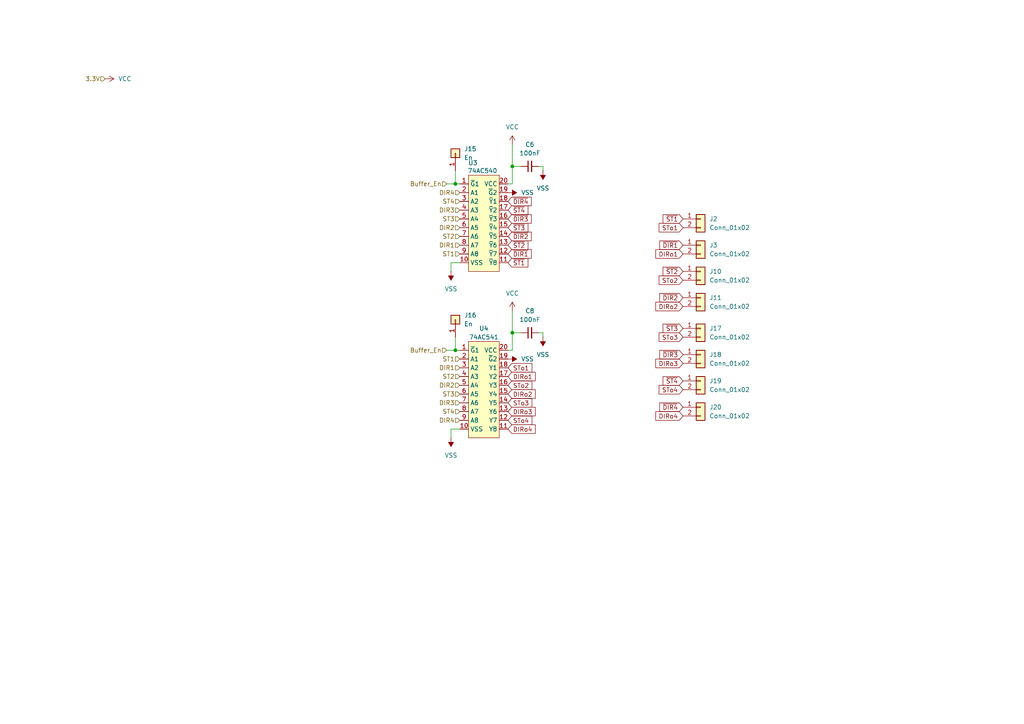
<source format=kicad_sch>
(kicad_sch
	(version 20231120)
	(generator "eeschema")
	(generator_version "8.0")
	(uuid "485a1706-4fc1-4bb5-9240-05d29f26f494")
	(paper "A4")
	(lib_symbols
		(symbol "Connector_Generic:Conn_01x01"
			(pin_names
				(offset 1.016) hide)
			(exclude_from_sim no)
			(in_bom yes)
			(on_board yes)
			(property "Reference" "J"
				(at 0 2.54 0)
				(effects
					(font
						(size 1.27 1.27)
					)
				)
			)
			(property "Value" "Conn_01x01"
				(at 0 -2.54 0)
				(effects
					(font
						(size 1.27 1.27)
					)
				)
			)
			(property "Footprint" ""
				(at 0 0 0)
				(effects
					(font
						(size 1.27 1.27)
					)
					(hide yes)
				)
			)
			(property "Datasheet" "~"
				(at 0 0 0)
				(effects
					(font
						(size 1.27 1.27)
					)
					(hide yes)
				)
			)
			(property "Description" "Generic connector, single row, 01x01, script generated (kicad-library-utils/schlib/autogen/connector/)"
				(at 0 0 0)
				(effects
					(font
						(size 1.27 1.27)
					)
					(hide yes)
				)
			)
			(property "ki_keywords" "connector"
				(at 0 0 0)
				(effects
					(font
						(size 1.27 1.27)
					)
					(hide yes)
				)
			)
			(property "ki_fp_filters" "Connector*:*_1x??_*"
				(at 0 0 0)
				(effects
					(font
						(size 1.27 1.27)
					)
					(hide yes)
				)
			)
			(symbol "Conn_01x01_1_1"
				(rectangle
					(start -1.27 0.127)
					(end 0 -0.127)
					(stroke
						(width 0.1524)
						(type default)
					)
					(fill
						(type none)
					)
				)
				(rectangle
					(start -1.27 1.27)
					(end 1.27 -1.27)
					(stroke
						(width 0.254)
						(type default)
					)
					(fill
						(type background)
					)
				)
				(pin passive line
					(at -5.08 0 0)
					(length 3.81)
					(name "Pin_1"
						(effects
							(font
								(size 1.27 1.27)
							)
						)
					)
					(number "1"
						(effects
							(font
								(size 1.27 1.27)
							)
						)
					)
				)
			)
		)
		(symbol "Connector_Generic:Conn_01x02"
			(pin_names
				(offset 1.016) hide)
			(exclude_from_sim no)
			(in_bom yes)
			(on_board yes)
			(property "Reference" "J"
				(at 0 2.54 0)
				(effects
					(font
						(size 1.27 1.27)
					)
				)
			)
			(property "Value" "Conn_01x02"
				(at 0 -5.08 0)
				(effects
					(font
						(size 1.27 1.27)
					)
				)
			)
			(property "Footprint" ""
				(at 0 0 0)
				(effects
					(font
						(size 1.27 1.27)
					)
					(hide yes)
				)
			)
			(property "Datasheet" "~"
				(at 0 0 0)
				(effects
					(font
						(size 1.27 1.27)
					)
					(hide yes)
				)
			)
			(property "Description" "Generic connector, single row, 01x02, script generated (kicad-library-utils/schlib/autogen/connector/)"
				(at 0 0 0)
				(effects
					(font
						(size 1.27 1.27)
					)
					(hide yes)
				)
			)
			(property "ki_keywords" "connector"
				(at 0 0 0)
				(effects
					(font
						(size 1.27 1.27)
					)
					(hide yes)
				)
			)
			(property "ki_fp_filters" "Connector*:*_1x??_*"
				(at 0 0 0)
				(effects
					(font
						(size 1.27 1.27)
					)
					(hide yes)
				)
			)
			(symbol "Conn_01x02_1_1"
				(rectangle
					(start -1.27 -2.413)
					(end 0 -2.667)
					(stroke
						(width 0.1524)
						(type default)
					)
					(fill
						(type none)
					)
				)
				(rectangle
					(start -1.27 0.127)
					(end 0 -0.127)
					(stroke
						(width 0.1524)
						(type default)
					)
					(fill
						(type none)
					)
				)
				(rectangle
					(start -1.27 1.27)
					(end 1.27 -3.81)
					(stroke
						(width 0.254)
						(type default)
					)
					(fill
						(type background)
					)
				)
				(pin passive line
					(at -5.08 0 0)
					(length 3.81)
					(name "Pin_1"
						(effects
							(font
								(size 1.27 1.27)
							)
						)
					)
					(number "1"
						(effects
							(font
								(size 1.27 1.27)
							)
						)
					)
				)
				(pin passive line
					(at -5.08 -2.54 0)
					(length 3.81)
					(name "Pin_2"
						(effects
							(font
								(size 1.27 1.27)
							)
						)
					)
					(number "2"
						(effects
							(font
								(size 1.27 1.27)
							)
						)
					)
				)
			)
		)
		(symbol "Device:C_Small"
			(pin_numbers hide)
			(pin_names
				(offset 0.254) hide)
			(exclude_from_sim no)
			(in_bom yes)
			(on_board yes)
			(property "Reference" "C"
				(at 0.254 1.778 0)
				(effects
					(font
						(size 1.27 1.27)
					)
					(justify left)
				)
			)
			(property "Value" "C_Small"
				(at 0.254 -2.032 0)
				(effects
					(font
						(size 1.27 1.27)
					)
					(justify left)
				)
			)
			(property "Footprint" ""
				(at 0 0 0)
				(effects
					(font
						(size 1.27 1.27)
					)
					(hide yes)
				)
			)
			(property "Datasheet" "~"
				(at 0 0 0)
				(effects
					(font
						(size 1.27 1.27)
					)
					(hide yes)
				)
			)
			(property "Description" "Unpolarized capacitor, small symbol"
				(at 0 0 0)
				(effects
					(font
						(size 1.27 1.27)
					)
					(hide yes)
				)
			)
			(property "ki_keywords" "capacitor cap"
				(at 0 0 0)
				(effects
					(font
						(size 1.27 1.27)
					)
					(hide yes)
				)
			)
			(property "ki_fp_filters" "C_*"
				(at 0 0 0)
				(effects
					(font
						(size 1.27 1.27)
					)
					(hide yes)
				)
			)
			(symbol "C_Small_0_1"
				(polyline
					(pts
						(xy -1.524 -0.508) (xy 1.524 -0.508)
					)
					(stroke
						(width 0.3302)
						(type default)
					)
					(fill
						(type none)
					)
				)
				(polyline
					(pts
						(xy -1.524 0.508) (xy 1.524 0.508)
					)
					(stroke
						(width 0.3048)
						(type default)
					)
					(fill
						(type none)
					)
				)
			)
			(symbol "C_Small_1_1"
				(pin passive line
					(at 0 2.54 270)
					(length 2.032)
					(name "~"
						(effects
							(font
								(size 1.27 1.27)
							)
						)
					)
					(number "1"
						(effects
							(font
								(size 1.27 1.27)
							)
						)
					)
				)
				(pin passive line
					(at 0 -2.54 90)
					(length 2.032)
					(name "~"
						(effects
							(font
								(size 1.27 1.27)
							)
						)
					)
					(number "2"
						(effects
							(font
								(size 1.27 1.27)
							)
						)
					)
				)
			)
		)
		(symbol "UE_Module:74AC540"
			(exclude_from_sim no)
			(in_bom yes)
			(on_board yes)
			(property "Reference" "U"
				(at -5.588 9.398 0)
				(effects
					(font
						(size 1.27 1.27)
					)
				)
			)
			(property "Value" ""
				(at 3.81 -5.08 0)
				(effects
					(font
						(size 1.27 1.27)
					)
				)
			)
			(property "Footprint" ""
				(at 3.81 -5.08 0)
				(effects
					(font
						(size 1.27 1.27)
					)
					(hide yes)
				)
			)
			(property "Datasheet" ""
				(at 3.81 -5.08 0)
				(effects
					(font
						(size 1.27 1.27)
					)
					(hide yes)
				)
			)
			(property "Description" ""
				(at 3.81 -5.08 0)
				(effects
					(font
						(size 1.27 1.27)
					)
					(hide yes)
				)
			)
			(symbol "74AC540_1_1"
				(rectangle
					(start -3.81 7.62)
					(end 5.08 -20.32)
					(stroke
						(width 0)
						(type default)
					)
					(fill
						(type background)
					)
				)
				(pin input line
					(at -6.35 5.08 0)
					(length 2.54)
					(name "~{G}1"
						(effects
							(font
								(size 1.27 1.27)
							)
						)
					)
					(number "1"
						(effects
							(font
								(size 1.27 1.27)
							)
						)
					)
				)
				(pin input line
					(at -6.35 -17.78 0)
					(length 2.54)
					(name "VSS"
						(effects
							(font
								(size 1.27 1.27)
							)
						)
					)
					(number "10"
						(effects
							(font
								(size 1.27 1.27)
							)
						)
					)
				)
				(pin input line
					(at 7.62 -17.78 180)
					(length 2.54)
					(name "~{Y}8"
						(effects
							(font
								(size 1.27 1.27)
							)
						)
					)
					(number "11"
						(effects
							(font
								(size 1.27 1.27)
							)
						)
					)
				)
				(pin input line
					(at 7.62 -15.24 180)
					(length 2.54)
					(name "~{Y}7"
						(effects
							(font
								(size 1.27 1.27)
							)
						)
					)
					(number "12"
						(effects
							(font
								(size 1.27 1.27)
							)
						)
					)
				)
				(pin input line
					(at 7.62 -12.7 180)
					(length 2.54)
					(name "~{Y}6"
						(effects
							(font
								(size 1.27 1.27)
							)
						)
					)
					(number "13"
						(effects
							(font
								(size 1.27 1.27)
							)
						)
					)
				)
				(pin input line
					(at 7.62 -10.16 180)
					(length 2.54)
					(name "~{Y}5"
						(effects
							(font
								(size 1.27 1.27)
							)
						)
					)
					(number "14"
						(effects
							(font
								(size 1.27 1.27)
							)
						)
					)
				)
				(pin input line
					(at 7.62 -7.62 180)
					(length 2.54)
					(name "~{Y}4"
						(effects
							(font
								(size 1.27 1.27)
							)
						)
					)
					(number "15"
						(effects
							(font
								(size 1.27 1.27)
							)
						)
					)
				)
				(pin input line
					(at 7.62 -5.08 180)
					(length 2.54)
					(name "~{Y}3"
						(effects
							(font
								(size 1.27 1.27)
							)
						)
					)
					(number "16"
						(effects
							(font
								(size 1.27 1.27)
							)
						)
					)
				)
				(pin input line
					(at 7.62 -2.54 180)
					(length 2.54)
					(name "~{Y}2"
						(effects
							(font
								(size 1.27 1.27)
							)
						)
					)
					(number "17"
						(effects
							(font
								(size 1.27 1.27)
							)
						)
					)
				)
				(pin input line
					(at 7.62 0 180)
					(length 2.54)
					(name "~{Y}1"
						(effects
							(font
								(size 1.27 1.27)
							)
						)
					)
					(number "18"
						(effects
							(font
								(size 1.27 1.27)
							)
						)
					)
				)
				(pin input line
					(at 7.62 2.54 180)
					(length 2.54)
					(name "~{G}2"
						(effects
							(font
								(size 1.27 1.27)
							)
						)
					)
					(number "19"
						(effects
							(font
								(size 1.27 1.27)
							)
						)
					)
				)
				(pin input line
					(at -6.35 2.54 0)
					(length 2.54)
					(name "A1"
						(effects
							(font
								(size 1.27 1.27)
							)
						)
					)
					(number "2"
						(effects
							(font
								(size 1.27 1.27)
							)
						)
					)
				)
				(pin input line
					(at 7.62 5.08 180)
					(length 2.54)
					(name "VCC"
						(effects
							(font
								(size 1.27 1.27)
							)
						)
					)
					(number "20"
						(effects
							(font
								(size 1.27 1.27)
							)
						)
					)
				)
				(pin input line
					(at -6.35 0 0)
					(length 2.54)
					(name "A2"
						(effects
							(font
								(size 1.27 1.27)
							)
						)
					)
					(number "3"
						(effects
							(font
								(size 1.27 1.27)
							)
						)
					)
				)
				(pin input line
					(at -6.35 -2.54 0)
					(length 2.54)
					(name "A3"
						(effects
							(font
								(size 1.27 1.27)
							)
						)
					)
					(number "4"
						(effects
							(font
								(size 1.27 1.27)
							)
						)
					)
				)
				(pin input line
					(at -6.35 -5.08 0)
					(length 2.54)
					(name "A4"
						(effects
							(font
								(size 1.27 1.27)
							)
						)
					)
					(number "5"
						(effects
							(font
								(size 1.27 1.27)
							)
						)
					)
				)
				(pin input line
					(at -6.35 -7.62 0)
					(length 2.54)
					(name "A5"
						(effects
							(font
								(size 1.27 1.27)
							)
						)
					)
					(number "6"
						(effects
							(font
								(size 1.27 1.27)
							)
						)
					)
				)
				(pin input line
					(at -6.35 -10.16 0)
					(length 2.54)
					(name "A6"
						(effects
							(font
								(size 1.27 1.27)
							)
						)
					)
					(number "7"
						(effects
							(font
								(size 1.27 1.27)
							)
						)
					)
				)
				(pin input line
					(at -6.35 -12.7 0)
					(length 2.54)
					(name "A7"
						(effects
							(font
								(size 1.27 1.27)
							)
						)
					)
					(number "8"
						(effects
							(font
								(size 1.27 1.27)
							)
						)
					)
				)
				(pin input line
					(at -6.35 -15.24 0)
					(length 2.54)
					(name "A8"
						(effects
							(font
								(size 1.27 1.27)
							)
						)
					)
					(number "9"
						(effects
							(font
								(size 1.27 1.27)
							)
						)
					)
				)
			)
		)
		(symbol "UE_Module:74AC541"
			(exclude_from_sim no)
			(in_bom yes)
			(on_board yes)
			(property "Reference" "U"
				(at -3.048 13.97 0)
				(effects
					(font
						(size 1.27 1.27)
					)
				)
			)
			(property "Value" ""
				(at -15.24 3.81 0)
				(effects
					(font
						(size 1.27 1.27)
					)
				)
			)
			(property "Footprint" ""
				(at -15.24 3.81 0)
				(effects
					(font
						(size 1.27 1.27)
					)
					(hide yes)
				)
			)
			(property "Datasheet" ""
				(at -15.24 3.81 0)
				(effects
					(font
						(size 1.27 1.27)
					)
					(hide yes)
				)
			)
			(property "Description" ""
				(at -15.24 3.81 0)
				(effects
					(font
						(size 1.27 1.27)
					)
					(hide yes)
				)
			)
			(symbol "74AC541_1_1"
				(rectangle
					(start -3.81 10.16)
					(end 5.08 -17.78)
					(stroke
						(width 0)
						(type default)
					)
					(fill
						(type background)
					)
				)
				(pin input line
					(at -6.35 7.62 0)
					(length 2.54)
					(name "~{G}1"
						(effects
							(font
								(size 1.27 1.27)
							)
						)
					)
					(number "1"
						(effects
							(font
								(size 1.27 1.27)
							)
						)
					)
				)
				(pin input line
					(at -6.35 -15.24 0)
					(length 2.54)
					(name "VSS"
						(effects
							(font
								(size 1.27 1.27)
							)
						)
					)
					(number "10"
						(effects
							(font
								(size 1.27 1.27)
							)
						)
					)
				)
				(pin input line
					(at 7.62 -15.24 180)
					(length 2.54)
					(name "Y8"
						(effects
							(font
								(size 1.27 1.27)
							)
						)
					)
					(number "11"
						(effects
							(font
								(size 1.27 1.27)
							)
						)
					)
				)
				(pin input line
					(at 7.62 -12.7 180)
					(length 2.54)
					(name "Y7"
						(effects
							(font
								(size 1.27 1.27)
							)
						)
					)
					(number "12"
						(effects
							(font
								(size 1.27 1.27)
							)
						)
					)
				)
				(pin input line
					(at 7.62 -10.16 180)
					(length 2.54)
					(name "Y6"
						(effects
							(font
								(size 1.27 1.27)
							)
						)
					)
					(number "13"
						(effects
							(font
								(size 1.27 1.27)
							)
						)
					)
				)
				(pin input line
					(at 7.62 -7.62 180)
					(length 2.54)
					(name "Y5"
						(effects
							(font
								(size 1.27 1.27)
							)
						)
					)
					(number "14"
						(effects
							(font
								(size 1.27 1.27)
							)
						)
					)
				)
				(pin input line
					(at 7.62 -5.08 180)
					(length 2.54)
					(name "Y4"
						(effects
							(font
								(size 1.27 1.27)
							)
						)
					)
					(number "15"
						(effects
							(font
								(size 1.27 1.27)
							)
						)
					)
				)
				(pin input line
					(at 7.62 -2.54 180)
					(length 2.54)
					(name "Y3"
						(effects
							(font
								(size 1.27 1.27)
							)
						)
					)
					(number "16"
						(effects
							(font
								(size 1.27 1.27)
							)
						)
					)
				)
				(pin input line
					(at 7.62 0 180)
					(length 2.54)
					(name "Y2"
						(effects
							(font
								(size 1.27 1.27)
							)
						)
					)
					(number "17"
						(effects
							(font
								(size 1.27 1.27)
							)
						)
					)
				)
				(pin input line
					(at 7.62 2.54 180)
					(length 2.54)
					(name "Y1"
						(effects
							(font
								(size 1.27 1.27)
							)
						)
					)
					(number "18"
						(effects
							(font
								(size 1.27 1.27)
							)
						)
					)
				)
				(pin input line
					(at 7.62 5.08 180)
					(length 2.54)
					(name "~{G}2"
						(effects
							(font
								(size 1.27 1.27)
							)
						)
					)
					(number "19"
						(effects
							(font
								(size 1.27 1.27)
							)
						)
					)
				)
				(pin input line
					(at -6.35 5.08 0)
					(length 2.54)
					(name "A1"
						(effects
							(font
								(size 1.27 1.27)
							)
						)
					)
					(number "2"
						(effects
							(font
								(size 1.27 1.27)
							)
						)
					)
				)
				(pin input line
					(at 7.62 7.62 180)
					(length 2.54)
					(name "VCC"
						(effects
							(font
								(size 1.27 1.27)
							)
						)
					)
					(number "20"
						(effects
							(font
								(size 1.27 1.27)
							)
						)
					)
				)
				(pin input line
					(at -6.35 2.54 0)
					(length 2.54)
					(name "A2"
						(effects
							(font
								(size 1.27 1.27)
							)
						)
					)
					(number "3"
						(effects
							(font
								(size 1.27 1.27)
							)
						)
					)
				)
				(pin input line
					(at -6.35 0 0)
					(length 2.54)
					(name "A3"
						(effects
							(font
								(size 1.27 1.27)
							)
						)
					)
					(number "4"
						(effects
							(font
								(size 1.27 1.27)
							)
						)
					)
				)
				(pin input line
					(at -6.35 -2.54 0)
					(length 2.54)
					(name "A4"
						(effects
							(font
								(size 1.27 1.27)
							)
						)
					)
					(number "5"
						(effects
							(font
								(size 1.27 1.27)
							)
						)
					)
				)
				(pin input line
					(at -6.35 -5.08 0)
					(length 2.54)
					(name "A5"
						(effects
							(font
								(size 1.27 1.27)
							)
						)
					)
					(number "6"
						(effects
							(font
								(size 1.27 1.27)
							)
						)
					)
				)
				(pin input line
					(at -6.35 -7.62 0)
					(length 2.54)
					(name "A6"
						(effects
							(font
								(size 1.27 1.27)
							)
						)
					)
					(number "7"
						(effects
							(font
								(size 1.27 1.27)
							)
						)
					)
				)
				(pin input line
					(at -6.35 -10.16 0)
					(length 2.54)
					(name "A7"
						(effects
							(font
								(size 1.27 1.27)
							)
						)
					)
					(number "8"
						(effects
							(font
								(size 1.27 1.27)
							)
						)
					)
				)
				(pin input line
					(at -6.35 -12.7 0)
					(length 2.54)
					(name "A8"
						(effects
							(font
								(size 1.27 1.27)
							)
						)
					)
					(number "9"
						(effects
							(font
								(size 1.27 1.27)
							)
						)
					)
				)
			)
		)
		(symbol "power:VCC"
			(power)
			(pin_numbers hide)
			(pin_names
				(offset 0) hide)
			(exclude_from_sim no)
			(in_bom yes)
			(on_board yes)
			(property "Reference" "#PWR"
				(at 0 -3.81 0)
				(effects
					(font
						(size 1.27 1.27)
					)
					(hide yes)
				)
			)
			(property "Value" "VCC"
				(at 0 3.556 0)
				(effects
					(font
						(size 1.27 1.27)
					)
				)
			)
			(property "Footprint" ""
				(at 0 0 0)
				(effects
					(font
						(size 1.27 1.27)
					)
					(hide yes)
				)
			)
			(property "Datasheet" ""
				(at 0 0 0)
				(effects
					(font
						(size 1.27 1.27)
					)
					(hide yes)
				)
			)
			(property "Description" "Power symbol creates a global label with name \"VCC\""
				(at 0 0 0)
				(effects
					(font
						(size 1.27 1.27)
					)
					(hide yes)
				)
			)
			(property "ki_keywords" "global power"
				(at 0 0 0)
				(effects
					(font
						(size 1.27 1.27)
					)
					(hide yes)
				)
			)
			(symbol "VCC_0_1"
				(polyline
					(pts
						(xy -0.762 1.27) (xy 0 2.54)
					)
					(stroke
						(width 0)
						(type default)
					)
					(fill
						(type none)
					)
				)
				(polyline
					(pts
						(xy 0 0) (xy 0 2.54)
					)
					(stroke
						(width 0)
						(type default)
					)
					(fill
						(type none)
					)
				)
				(polyline
					(pts
						(xy 0 2.54) (xy 0.762 1.27)
					)
					(stroke
						(width 0)
						(type default)
					)
					(fill
						(type none)
					)
				)
			)
			(symbol "VCC_1_1"
				(pin power_in line
					(at 0 0 90)
					(length 0)
					(name "~"
						(effects
							(font
								(size 1.27 1.27)
							)
						)
					)
					(number "1"
						(effects
							(font
								(size 1.27 1.27)
							)
						)
					)
				)
			)
		)
		(symbol "power:VSS"
			(power)
			(pin_numbers hide)
			(pin_names
				(offset 0) hide)
			(exclude_from_sim no)
			(in_bom yes)
			(on_board yes)
			(property "Reference" "#PWR"
				(at 0 -3.81 0)
				(effects
					(font
						(size 1.27 1.27)
					)
					(hide yes)
				)
			)
			(property "Value" "VSS"
				(at 0 3.556 0)
				(effects
					(font
						(size 1.27 1.27)
					)
				)
			)
			(property "Footprint" ""
				(at 0 0 0)
				(effects
					(font
						(size 1.27 1.27)
					)
					(hide yes)
				)
			)
			(property "Datasheet" ""
				(at 0 0 0)
				(effects
					(font
						(size 1.27 1.27)
					)
					(hide yes)
				)
			)
			(property "Description" "Power symbol creates a global label with name \"VSS\""
				(at 0 0 0)
				(effects
					(font
						(size 1.27 1.27)
					)
					(hide yes)
				)
			)
			(property "ki_keywords" "global power"
				(at 0 0 0)
				(effects
					(font
						(size 1.27 1.27)
					)
					(hide yes)
				)
			)
			(symbol "VSS_0_1"
				(polyline
					(pts
						(xy 0 0) (xy 0 2.54)
					)
					(stroke
						(width 0)
						(type default)
					)
					(fill
						(type none)
					)
				)
				(polyline
					(pts
						(xy 0.762 1.27) (xy -0.762 1.27) (xy 0 2.54) (xy 0.762 1.27)
					)
					(stroke
						(width 0)
						(type default)
					)
					(fill
						(type outline)
					)
				)
			)
			(symbol "VSS_1_1"
				(pin power_in line
					(at 0 0 90)
					(length 0)
					(name "~"
						(effects
							(font
								(size 1.27 1.27)
							)
						)
					)
					(number "1"
						(effects
							(font
								(size 1.27 1.27)
							)
						)
					)
				)
			)
		)
	)
	(junction
		(at 132.08 101.6)
		(diameter 0)
		(color 0 0 0 0)
		(uuid "10284d3f-2f76-4cb3-9366-3649eb919993")
	)
	(junction
		(at 132.08 53.34)
		(diameter 0)
		(color 0 0 0 0)
		(uuid "43319b74-c299-4111-b8ad-1b633b001a07")
	)
	(junction
		(at 148.59 96.52)
		(diameter 0)
		(color 0 0 0 0)
		(uuid "b3d85b97-49dc-4d54-a00e-da621eeffc3b")
	)
	(junction
		(at 148.59 48.26)
		(diameter 0)
		(color 0 0 0 0)
		(uuid "e997fc02-1bf1-409c-8076-6df3f0c05759")
	)
	(wire
		(pts
			(xy 157.48 49.53) (xy 157.48 48.26)
		)
		(stroke
			(width 0)
			(type default)
		)
		(uuid "12fc69cd-2ef9-4c92-9201-10add2e59b5c")
	)
	(wire
		(pts
			(xy 157.48 97.79) (xy 157.48 96.52)
		)
		(stroke
			(width 0)
			(type default)
		)
		(uuid "1cf02a2b-5c94-48f9-a46d-04336aaf2c4f")
	)
	(wire
		(pts
			(xy 129.54 101.6) (xy 132.08 101.6)
		)
		(stroke
			(width 0)
			(type default)
		)
		(uuid "1ffade76-2437-4623-a720-3ed2b9a61ccf")
	)
	(wire
		(pts
			(xy 132.08 49.53) (xy 132.08 53.34)
		)
		(stroke
			(width 0)
			(type default)
		)
		(uuid "218012b3-4233-4a14-bc50-480ffad93d32")
	)
	(wire
		(pts
			(xy 148.59 96.52) (xy 151.13 96.52)
		)
		(stroke
			(width 0)
			(type default)
		)
		(uuid "31c9a957-18f5-45ad-9f1b-8e045aa16109")
	)
	(wire
		(pts
			(xy 148.59 48.26) (xy 151.13 48.26)
		)
		(stroke
			(width 0)
			(type default)
		)
		(uuid "39caa934-e4bc-4471-88de-87b8f22fc5b5")
	)
	(wire
		(pts
			(xy 132.08 97.79) (xy 132.08 101.6)
		)
		(stroke
			(width 0)
			(type default)
		)
		(uuid "4ae08c8c-84e8-48b3-8c3b-57423ed44fcb")
	)
	(wire
		(pts
			(xy 148.59 53.34) (xy 148.59 48.26)
		)
		(stroke
			(width 0)
			(type default)
		)
		(uuid "565c3459-d4f9-4d9e-a517-2a055c8b6b6f")
	)
	(wire
		(pts
			(xy 148.59 101.6) (xy 148.59 96.52)
		)
		(stroke
			(width 0)
			(type default)
		)
		(uuid "5777a85f-01d4-4802-888e-ac668693b96a")
	)
	(wire
		(pts
			(xy 148.59 96.52) (xy 148.59 90.17)
		)
		(stroke
			(width 0)
			(type default)
		)
		(uuid "686996d1-afc4-4604-86c7-17a65995075e")
	)
	(wire
		(pts
			(xy 130.81 124.46) (xy 133.35 124.46)
		)
		(stroke
			(width 0)
			(type default)
		)
		(uuid "693b2b72-01ab-459d-879c-93819ae8fb4c")
	)
	(wire
		(pts
			(xy 157.48 96.52) (xy 156.21 96.52)
		)
		(stroke
			(width 0)
			(type default)
		)
		(uuid "9586ec01-967a-4a4e-9402-79104419206c")
	)
	(wire
		(pts
			(xy 132.08 101.6) (xy 133.35 101.6)
		)
		(stroke
			(width 0)
			(type default)
		)
		(uuid "a11af2b8-8f7d-4e5b-8c91-cad450e7315c")
	)
	(wire
		(pts
			(xy 147.32 101.6) (xy 148.59 101.6)
		)
		(stroke
			(width 0)
			(type default)
		)
		(uuid "a6872d17-6f88-40be-84b2-45e45e248b61")
	)
	(wire
		(pts
			(xy 147.32 53.34) (xy 148.59 53.34)
		)
		(stroke
			(width 0)
			(type default)
		)
		(uuid "a7a388a4-37cc-4ebc-b3b3-f40b803bd3c7")
	)
	(wire
		(pts
			(xy 132.08 53.34) (xy 133.35 53.34)
		)
		(stroke
			(width 0)
			(type default)
		)
		(uuid "b2a4849d-773c-4815-b545-23a52005373d")
	)
	(wire
		(pts
			(xy 157.48 48.26) (xy 156.21 48.26)
		)
		(stroke
			(width 0)
			(type default)
		)
		(uuid "c39531e8-26a1-41b7-bfc8-67b3ea296b39")
	)
	(wire
		(pts
			(xy 130.81 127) (xy 130.81 124.46)
		)
		(stroke
			(width 0)
			(type default)
		)
		(uuid "c9d13c65-ea89-47a5-b1b9-d4513e50a493")
	)
	(wire
		(pts
			(xy 148.59 48.26) (xy 148.59 41.91)
		)
		(stroke
			(width 0)
			(type default)
		)
		(uuid "ca8e3c70-b609-4124-8876-4f88030c814a")
	)
	(wire
		(pts
			(xy 130.81 76.2) (xy 133.35 76.2)
		)
		(stroke
			(width 0)
			(type default)
		)
		(uuid "d3a50024-0b90-486c-90ad-8e86fa7a0e91")
	)
	(wire
		(pts
			(xy 130.81 78.74) (xy 130.81 76.2)
		)
		(stroke
			(width 0)
			(type default)
		)
		(uuid "e43392ce-5cd9-46f6-9e7f-dab07014005b")
	)
	(wire
		(pts
			(xy 129.54 53.34) (xy 132.08 53.34)
		)
		(stroke
			(width 0)
			(type default)
		)
		(uuid "f63b3c67-3f9f-492e-8018-129ba8a46133")
	)
	(global_label "~{ST4}"
		(shape input)
		(at 198.12 110.49 180)
		(fields_autoplaced yes)
		(effects
			(font
				(size 1.27 1.27)
			)
			(justify right)
		)
		(uuid "018f0e9c-585b-4793-bf3e-b90df516589b")
		(property "Intersheetrefs" "${INTERSHEET_REFS}"
			(at 191.7482 110.49 0)
			(effects
				(font
					(size 1.27 1.27)
				)
				(justify right)
				(hide yes)
			)
		)
	)
	(global_label "~{ST4}"
		(shape input)
		(at 147.32 60.96 0)
		(fields_autoplaced yes)
		(effects
			(font
				(size 1.27 1.27)
			)
			(justify left)
		)
		(uuid "0b49225f-fad6-4dd2-b300-f04f93b7cd41")
		(property "Intersheetrefs" "${INTERSHEET_REFS}"
			(at 153.6918 60.96 0)
			(effects
				(font
					(size 1.27 1.27)
				)
				(justify left)
				(hide yes)
			)
		)
	)
	(global_label "STo4"
		(shape input)
		(at 198.12 113.03 180)
		(fields_autoplaced yes)
		(effects
			(font
				(size 1.27 1.27)
			)
			(justify right)
		)
		(uuid "15d86085-f6f2-43ba-b349-48c0653c48a6")
		(property "Intersheetrefs" "${INTERSHEET_REFS}"
			(at 190.5992 113.03 0)
			(effects
				(font
					(size 1.27 1.27)
				)
				(justify right)
				(hide yes)
			)
		)
	)
	(global_label "DIRo3"
		(shape input)
		(at 198.12 105.41 180)
		(fields_autoplaced yes)
		(effects
			(font
				(size 1.27 1.27)
			)
			(justify right)
		)
		(uuid "16c179a2-f4b3-48c5-814e-47aa8a4eeda8")
		(property "Intersheetrefs" "${INTERSHEET_REFS}"
			(at 189.6315 105.41 0)
			(effects
				(font
					(size 1.27 1.27)
				)
				(justify right)
				(hide yes)
			)
		)
	)
	(global_label "DIRo2"
		(shape input)
		(at 147.32 114.3 0)
		(fields_autoplaced yes)
		(effects
			(font
				(size 1.27 1.27)
			)
			(justify left)
		)
		(uuid "1cad8559-eda7-4a95-954e-d85be671bea1")
		(property "Intersheetrefs" "${INTERSHEET_REFS}"
			(at 155.8085 114.3 0)
			(effects
				(font
					(size 1.27 1.27)
				)
				(justify left)
				(hide yes)
			)
		)
	)
	(global_label "STo3"
		(shape input)
		(at 198.12 97.79 180)
		(fields_autoplaced yes)
		(effects
			(font
				(size 1.27 1.27)
			)
			(justify right)
		)
		(uuid "33bd9cc3-2d9e-4bc7-9fab-02d088ecc2a0")
		(property "Intersheetrefs" "${INTERSHEET_REFS}"
			(at 190.5992 97.79 0)
			(effects
				(font
					(size 1.27 1.27)
				)
				(justify right)
				(hide yes)
			)
		)
	)
	(global_label "DIRo2"
		(shape input)
		(at 198.12 88.9 180)
		(fields_autoplaced yes)
		(effects
			(font
				(size 1.27 1.27)
			)
			(justify right)
		)
		(uuid "3e96417e-26a5-4f94-9677-d13bdbbd3ca1")
		(property "Intersheetrefs" "${INTERSHEET_REFS}"
			(at 189.6315 88.9 0)
			(effects
				(font
					(size 1.27 1.27)
				)
				(justify right)
				(hide yes)
			)
		)
	)
	(global_label "~{DIR3}"
		(shape input)
		(at 198.12 102.87 180)
		(fields_autoplaced yes)
		(effects
			(font
				(size 1.27 1.27)
			)
			(justify right)
		)
		(uuid "42a643a7-b3fc-4da9-aa3a-22176145fa4a")
		(property "Intersheetrefs" "${INTERSHEET_REFS}"
			(at 190.7805 102.87 0)
			(effects
				(font
					(size 1.27 1.27)
				)
				(justify right)
				(hide yes)
			)
		)
	)
	(global_label "~{DIR3}"
		(shape input)
		(at 147.32 63.5 0)
		(fields_autoplaced yes)
		(effects
			(font
				(size 1.27 1.27)
			)
			(justify left)
		)
		(uuid "4605659f-1c32-491c-92e8-a2317b205e76")
		(property "Intersheetrefs" "${INTERSHEET_REFS}"
			(at 154.6595 63.5 0)
			(effects
				(font
					(size 1.27 1.27)
				)
				(justify left)
				(hide yes)
			)
		)
	)
	(global_label "DIRo4"
		(shape input)
		(at 147.32 124.46 0)
		(fields_autoplaced yes)
		(effects
			(font
				(size 1.27 1.27)
			)
			(justify left)
		)
		(uuid "47e76757-6c14-4189-a1b9-acea3969494b")
		(property "Intersheetrefs" "${INTERSHEET_REFS}"
			(at 155.8085 124.46 0)
			(effects
				(font
					(size 1.27 1.27)
				)
				(justify left)
				(hide yes)
			)
		)
	)
	(global_label "~{ST1}"
		(shape input)
		(at 198.12 63.5 180)
		(fields_autoplaced yes)
		(effects
			(font
				(size 1.27 1.27)
			)
			(justify right)
		)
		(uuid "4d0720d3-b0cb-40d3-80c9-b55c770c432d")
		(property "Intersheetrefs" "${INTERSHEET_REFS}"
			(at 191.7482 63.5 0)
			(effects
				(font
					(size 1.27 1.27)
				)
				(justify right)
				(hide yes)
			)
		)
	)
	(global_label "DIRo1"
		(shape input)
		(at 147.32 109.22 0)
		(fields_autoplaced yes)
		(effects
			(font
				(size 1.27 1.27)
			)
			(justify left)
		)
		(uuid "4ecafa02-8932-433a-b6f8-652e071ce6a1")
		(property "Intersheetrefs" "${INTERSHEET_REFS}"
			(at 155.8085 109.22 0)
			(effects
				(font
					(size 1.27 1.27)
				)
				(justify left)
				(hide yes)
			)
		)
	)
	(global_label "STo1"
		(shape input)
		(at 198.12 66.04 180)
		(fields_autoplaced yes)
		(effects
			(font
				(size 1.27 1.27)
			)
			(justify right)
		)
		(uuid "53e5545f-f050-4934-a413-e1d78cebb8be")
		(property "Intersheetrefs" "${INTERSHEET_REFS}"
			(at 190.5992 66.04 0)
			(effects
				(font
					(size 1.27 1.27)
				)
				(justify right)
				(hide yes)
			)
		)
	)
	(global_label "~{DIR1}"
		(shape input)
		(at 198.12 71.12 180)
		(fields_autoplaced yes)
		(effects
			(font
				(size 1.27 1.27)
			)
			(justify right)
		)
		(uuid "546d030b-3ddf-45a9-90d6-1ea69f823ba9")
		(property "Intersheetrefs" "${INTERSHEET_REFS}"
			(at 190.7805 71.12 0)
			(effects
				(font
					(size 1.27 1.27)
				)
				(justify right)
				(hide yes)
			)
		)
	)
	(global_label "~{DIR4}"
		(shape input)
		(at 147.32 58.42 0)
		(fields_autoplaced yes)
		(effects
			(font
				(size 1.27 1.27)
			)
			(justify left)
		)
		(uuid "59795e5b-8aa8-47d6-a745-2ddbd981ebfa")
		(property "Intersheetrefs" "${INTERSHEET_REFS}"
			(at 154.6595 58.42 0)
			(effects
				(font
					(size 1.27 1.27)
				)
				(justify left)
				(hide yes)
			)
		)
	)
	(global_label "~{ST3}"
		(shape input)
		(at 198.12 95.25 180)
		(fields_autoplaced yes)
		(effects
			(font
				(size 1.27 1.27)
			)
			(justify right)
		)
		(uuid "63a5fbef-2eb7-4598-a49f-328a54bec2bc")
		(property "Intersheetrefs" "${INTERSHEET_REFS}"
			(at 191.7482 95.25 0)
			(effects
				(font
					(size 1.27 1.27)
				)
				(justify right)
				(hide yes)
			)
		)
	)
	(global_label "~{ST3}"
		(shape input)
		(at 147.32 66.04 0)
		(fields_autoplaced yes)
		(effects
			(font
				(size 1.27 1.27)
			)
			(justify left)
		)
		(uuid "641272ab-fe7c-4c59-acdb-73d0dae52716")
		(property "Intersheetrefs" "${INTERSHEET_REFS}"
			(at 153.6918 66.04 0)
			(effects
				(font
					(size 1.27 1.27)
				)
				(justify left)
				(hide yes)
			)
		)
	)
	(global_label "DIRo1"
		(shape input)
		(at 198.12 73.66 180)
		(fields_autoplaced yes)
		(effects
			(font
				(size 1.27 1.27)
			)
			(justify right)
		)
		(uuid "6b7df36e-4114-4d3a-a6b7-f661c20c0433")
		(property "Intersheetrefs" "${INTERSHEET_REFS}"
			(at 189.6315 73.66 0)
			(effects
				(font
					(size 1.27 1.27)
				)
				(justify right)
				(hide yes)
			)
		)
	)
	(global_label "DIRo4"
		(shape input)
		(at 198.12 120.65 180)
		(fields_autoplaced yes)
		(effects
			(font
				(size 1.27 1.27)
			)
			(justify right)
		)
		(uuid "70e5d7ee-7a2b-492e-9415-efd73f2b3354")
		(property "Intersheetrefs" "${INTERSHEET_REFS}"
			(at 189.6315 120.65 0)
			(effects
				(font
					(size 1.27 1.27)
				)
				(justify right)
				(hide yes)
			)
		)
	)
	(global_label "STo1"
		(shape input)
		(at 147.32 106.68 0)
		(fields_autoplaced yes)
		(effects
			(font
				(size 1.27 1.27)
			)
			(justify left)
		)
		(uuid "818bb0f4-9b2e-429d-959c-e8d5292e9529")
		(property "Intersheetrefs" "${INTERSHEET_REFS}"
			(at 154.8408 106.68 0)
			(effects
				(font
					(size 1.27 1.27)
				)
				(justify left)
				(hide yes)
			)
		)
	)
	(global_label "STo3"
		(shape input)
		(at 147.32 116.84 0)
		(fields_autoplaced yes)
		(effects
			(font
				(size 1.27 1.27)
			)
			(justify left)
		)
		(uuid "82ca69ed-82b6-4df1-a475-5ff3ced6755b")
		(property "Intersheetrefs" "${INTERSHEET_REFS}"
			(at 154.8408 116.84 0)
			(effects
				(font
					(size 1.27 1.27)
				)
				(justify left)
				(hide yes)
			)
		)
	)
	(global_label "~{DIR2}"
		(shape input)
		(at 147.32 68.58 0)
		(fields_autoplaced yes)
		(effects
			(font
				(size 1.27 1.27)
			)
			(justify left)
		)
		(uuid "86c17b89-0902-49e7-a1ce-886c1b91ce02")
		(property "Intersheetrefs" "${INTERSHEET_REFS}"
			(at 154.6595 68.58 0)
			(effects
				(font
					(size 1.27 1.27)
				)
				(justify left)
				(hide yes)
			)
		)
	)
	(global_label "~{ST2}"
		(shape input)
		(at 198.12 78.74 180)
		(fields_autoplaced yes)
		(effects
			(font
				(size 1.27 1.27)
			)
			(justify right)
		)
		(uuid "8bdf3f7a-93a7-4f33-9dea-793f50b53779")
		(property "Intersheetrefs" "${INTERSHEET_REFS}"
			(at 191.7482 78.74 0)
			(effects
				(font
					(size 1.27 1.27)
				)
				(justify right)
				(hide yes)
			)
		)
	)
	(global_label "STo4"
		(shape input)
		(at 147.32 121.92 0)
		(fields_autoplaced yes)
		(effects
			(font
				(size 1.27 1.27)
			)
			(justify left)
		)
		(uuid "a7bc3d73-05a4-4d08-b1c7-d29e0c1e19a5")
		(property "Intersheetrefs" "${INTERSHEET_REFS}"
			(at 154.8408 121.92 0)
			(effects
				(font
					(size 1.27 1.27)
				)
				(justify left)
				(hide yes)
			)
		)
	)
	(global_label "STo2"
		(shape input)
		(at 147.32 111.76 0)
		(fields_autoplaced yes)
		(effects
			(font
				(size 1.27 1.27)
			)
			(justify left)
		)
		(uuid "acf52eda-070a-433f-8331-f46ee3cd9e9e")
		(property "Intersheetrefs" "${INTERSHEET_REFS}"
			(at 154.8408 111.76 0)
			(effects
				(font
					(size 1.27 1.27)
				)
				(justify left)
				(hide yes)
			)
		)
	)
	(global_label "STo2"
		(shape input)
		(at 198.12 81.28 180)
		(fields_autoplaced yes)
		(effects
			(font
				(size 1.27 1.27)
			)
			(justify right)
		)
		(uuid "ad5ba86f-96c5-4eaa-94f5-17590a73d0ae")
		(property "Intersheetrefs" "${INTERSHEET_REFS}"
			(at 190.5992 81.28 0)
			(effects
				(font
					(size 1.27 1.27)
				)
				(justify right)
				(hide yes)
			)
		)
	)
	(global_label "~{DIR2}"
		(shape input)
		(at 198.12 86.36 180)
		(fields_autoplaced yes)
		(effects
			(font
				(size 1.27 1.27)
			)
			(justify right)
		)
		(uuid "bdde5d26-bc34-405f-8c58-f54ed39a5772")
		(property "Intersheetrefs" "${INTERSHEET_REFS}"
			(at 190.7805 86.36 0)
			(effects
				(font
					(size 1.27 1.27)
				)
				(justify right)
				(hide yes)
			)
		)
	)
	(global_label "DIRo3"
		(shape input)
		(at 147.32 119.38 0)
		(fields_autoplaced yes)
		(effects
			(font
				(size 1.27 1.27)
			)
			(justify left)
		)
		(uuid "e2bac1bf-5f65-4575-812a-23e9ed8dbcc2")
		(property "Intersheetrefs" "${INTERSHEET_REFS}"
			(at 155.8085 119.38 0)
			(effects
				(font
					(size 1.27 1.27)
				)
				(justify left)
				(hide yes)
			)
		)
	)
	(global_label "~{ST2}"
		(shape input)
		(at 147.32 71.12 0)
		(fields_autoplaced yes)
		(effects
			(font
				(size 1.27 1.27)
			)
			(justify left)
		)
		(uuid "e5fc4244-48f4-4818-9912-029e4105b682")
		(property "Intersheetrefs" "${INTERSHEET_REFS}"
			(at 153.6918 71.12 0)
			(effects
				(font
					(size 1.27 1.27)
				)
				(justify left)
				(hide yes)
			)
		)
	)
	(global_label "~{DIR1}"
		(shape input)
		(at 147.32 73.66 0)
		(fields_autoplaced yes)
		(effects
			(font
				(size 1.27 1.27)
			)
			(justify left)
		)
		(uuid "fc90d76e-6e0e-4055-a1c7-a3c15fb9bb6b")
		(property "Intersheetrefs" "${INTERSHEET_REFS}"
			(at 154.6595 73.66 0)
			(effects
				(font
					(size 1.27 1.27)
				)
				(justify left)
				(hide yes)
			)
		)
	)
	(global_label "~{ST1}"
		(shape input)
		(at 147.32 76.2 0)
		(fields_autoplaced yes)
		(effects
			(font
				(size 1.27 1.27)
			)
			(justify left)
		)
		(uuid "fe80e8a0-bd11-4a08-8645-70fb1cfe34bd")
		(property "Intersheetrefs" "${INTERSHEET_REFS}"
			(at 153.6918 76.2 0)
			(effects
				(font
					(size 1.27 1.27)
				)
				(justify left)
				(hide yes)
			)
		)
	)
	(global_label "~{DIR4}"
		(shape input)
		(at 198.12 118.11 180)
		(fields_autoplaced yes)
		(effects
			(font
				(size 1.27 1.27)
			)
			(justify right)
		)
		(uuid "ffb107dc-7730-4e19-89ca-4ec4ca6167eb")
		(property "Intersheetrefs" "${INTERSHEET_REFS}"
			(at 190.7805 118.11 0)
			(effects
				(font
					(size 1.27 1.27)
				)
				(justify right)
				(hide yes)
			)
		)
	)
	(hierarchical_label "DIR3"
		(shape input)
		(at 133.35 60.96 180)
		(fields_autoplaced yes)
		(effects
			(font
				(size 1.27 1.27)
			)
			(justify right)
		)
		(uuid "0d5cc6c3-200c-4db0-9dc1-c174bb6b2b76")
	)
	(hierarchical_label "Buffer_En"
		(shape input)
		(at 129.54 101.6 180)
		(fields_autoplaced yes)
		(effects
			(font
				(size 1.27 1.27)
			)
			(justify right)
		)
		(uuid "2c918b2d-2533-4268-968a-d4417362b352")
	)
	(hierarchical_label "DIR2"
		(shape input)
		(at 133.35 111.76 180)
		(fields_autoplaced yes)
		(effects
			(font
				(size 1.27 1.27)
			)
			(justify right)
		)
		(uuid "344e2cd5-feaa-4cf2-ad01-12e3fd5db917")
	)
	(hierarchical_label "DIR2"
		(shape input)
		(at 133.35 66.04 180)
		(fields_autoplaced yes)
		(effects
			(font
				(size 1.27 1.27)
			)
			(justify right)
		)
		(uuid "36da98c1-1b94-4766-9850-c95d53718997")
	)
	(hierarchical_label "ST2"
		(shape input)
		(at 133.35 68.58 180)
		(fields_autoplaced yes)
		(effects
			(font
				(size 1.27 1.27)
			)
			(justify right)
		)
		(uuid "42956809-8c13-4e85-b289-d60054cbf56d")
	)
	(hierarchical_label "Buffer_En"
		(shape input)
		(at 129.54 53.34 180)
		(fields_autoplaced yes)
		(effects
			(font
				(size 1.27 1.27)
			)
			(justify right)
		)
		(uuid "4965b291-8f3d-4a02-89c6-0f6d1863b054")
	)
	(hierarchical_label "DIR4"
		(shape input)
		(at 133.35 55.88 180)
		(fields_autoplaced yes)
		(effects
			(font
				(size 1.27 1.27)
			)
			(justify right)
		)
		(uuid "5a258da3-0618-40b2-9c4f-24beaeedbe2a")
	)
	(hierarchical_label "ST3"
		(shape input)
		(at 133.35 63.5 180)
		(fields_autoplaced yes)
		(effects
			(font
				(size 1.27 1.27)
			)
			(justify right)
		)
		(uuid "9b2bf5ed-50f1-4d78-842b-8008f083b6b9")
	)
	(hierarchical_label "3.3V"
		(shape input)
		(at 30.48 22.86 180)
		(fields_autoplaced yes)
		(effects
			(font
				(size 1.27 1.27)
			)
			(justify right)
		)
		(uuid "a40e305d-b0dc-4c68-a2a5-5528e4f0d73e")
	)
	(hierarchical_label "ST3"
		(shape input)
		(at 133.35 114.3 180)
		(fields_autoplaced yes)
		(effects
			(font
				(size 1.27 1.27)
			)
			(justify right)
		)
		(uuid "a9693add-503f-4b39-86d9-7ec2c7add5fb")
	)
	(hierarchical_label "DIR1"
		(shape input)
		(at 133.35 71.12 180)
		(fields_autoplaced yes)
		(effects
			(font
				(size 1.27 1.27)
			)
			(justify right)
		)
		(uuid "b0374c35-30bd-4f0e-b78f-2f8058d16624")
	)
	(hierarchical_label "ST1"
		(shape input)
		(at 133.35 73.66 180)
		(fields_autoplaced yes)
		(effects
			(font
				(size 1.27 1.27)
			)
			(justify right)
		)
		(uuid "b8da8d56-4134-49db-8ac8-1c390fe6e777")
	)
	(hierarchical_label "ST4"
		(shape input)
		(at 133.35 119.38 180)
		(fields_autoplaced yes)
		(effects
			(font
				(size 1.27 1.27)
			)
			(justify right)
		)
		(uuid "ba83b0a7-1335-421c-8a46-d9011262af89")
	)
	(hierarchical_label "ST1"
		(shape input)
		(at 133.35 104.14 180)
		(fields_autoplaced yes)
		(effects
			(font
				(size 1.27 1.27)
			)
			(justify right)
		)
		(uuid "d896ffe5-ad6a-4bab-b511-c39e647f2a6d")
	)
	(hierarchical_label "DIR3"
		(shape input)
		(at 133.35 116.84 180)
		(fields_autoplaced yes)
		(effects
			(font
				(size 1.27 1.27)
			)
			(justify right)
		)
		(uuid "d988f19e-66bc-4100-ba81-02d90029c1e3")
	)
	(hierarchical_label "ST4"
		(shape input)
		(at 133.35 58.42 180)
		(fields_autoplaced yes)
		(effects
			(font
				(size 1.27 1.27)
			)
			(justify right)
		)
		(uuid "de9be83a-1f87-4de4-b12d-107184347da5")
	)
	(hierarchical_label "DIR4"
		(shape input)
		(at 133.35 121.92 180)
		(fields_autoplaced yes)
		(effects
			(font
				(size 1.27 1.27)
			)
			(justify right)
		)
		(uuid "eb527e4e-adee-4df3-894b-d6bbc8cf487c")
	)
	(hierarchical_label "ST2"
		(shape input)
		(at 133.35 109.22 180)
		(fields_autoplaced yes)
		(effects
			(font
				(size 1.27 1.27)
			)
			(justify right)
		)
		(uuid "f0b53a23-88e4-43f2-934d-c114a136fe87")
	)
	(hierarchical_label "DIR1"
		(shape input)
		(at 133.35 106.68 180)
		(fields_autoplaced yes)
		(effects
			(font
				(size 1.27 1.27)
			)
			(justify right)
		)
		(uuid "ffdf307f-f3c6-4235-ba4f-c0c7ba8aa783")
	)
	(symbol
		(lib_id "Connector_Generic:Conn_01x02")
		(at 203.2 118.11 0)
		(unit 1)
		(exclude_from_sim no)
		(in_bom yes)
		(on_board yes)
		(dnp no)
		(fields_autoplaced yes)
		(uuid "0c722fb0-9b33-4d42-8c4f-ae148b119d6f")
		(property "Reference" "J20"
			(at 205.74 118.1099 0)
			(effects
				(font
					(size 1.27 1.27)
				)
				(justify left)
			)
		)
		(property "Value" "Conn_01x02"
			(at 205.74 120.6499 0)
			(effects
				(font
					(size 1.27 1.27)
				)
				(justify left)
			)
		)
		(property "Footprint" "TerminalBlock:TerminalBlock_bornier-2_P5.08mm"
			(at 203.2 118.11 0)
			(effects
				(font
					(size 1.27 1.27)
				)
				(hide yes)
			)
		)
		(property "Datasheet" "~"
			(at 203.2 118.11 0)
			(effects
				(font
					(size 1.27 1.27)
				)
				(hide yes)
			)
		)
		(property "Description" "Generic connector, single row, 01x02, script generated (kicad-library-utils/schlib/autogen/connector/)"
			(at 203.2 118.11 0)
			(effects
				(font
					(size 1.27 1.27)
				)
				(hide yes)
			)
		)
		(pin "1"
			(uuid "cf47a76f-5cf7-4d4b-9d16-3d3ed0ff38e9")
		)
		(pin "2"
			(uuid "e604746c-50ff-449c-b136-4a738396a088")
		)
		(instances
			(project "Rick_LiteX-CNC"
				(path "/81226dee-3d7b-4df2-83b2-2f737809610c/536f8a55-45c9-4b86-ab81-0d9c81e5681a"
					(reference "J20")
					(unit 1)
				)
			)
		)
	)
	(symbol
		(lib_id "power:VSS")
		(at 130.81 127 180)
		(unit 1)
		(exclude_from_sim no)
		(in_bom yes)
		(on_board yes)
		(dnp no)
		(fields_autoplaced yes)
		(uuid "0f94d1a5-b529-4d7b-a6db-d995dac27702")
		(property "Reference" "#PWR037"
			(at 130.81 123.19 0)
			(effects
				(font
					(size 1.27 1.27)
				)
				(hide yes)
			)
		)
		(property "Value" "VSS"
			(at 130.81 132.08 0)
			(effects
				(font
					(size 1.27 1.27)
				)
			)
		)
		(property "Footprint" ""
			(at 130.81 127 0)
			(effects
				(font
					(size 1.27 1.27)
				)
				(hide yes)
			)
		)
		(property "Datasheet" ""
			(at 130.81 127 0)
			(effects
				(font
					(size 1.27 1.27)
				)
				(hide yes)
			)
		)
		(property "Description" "Power symbol creates a global label with name \"VSS\""
			(at 130.81 127 0)
			(effects
				(font
					(size 1.27 1.27)
				)
				(hide yes)
			)
		)
		(pin "1"
			(uuid "0dda4099-3c84-42aa-bb6c-a0d75a0e5781")
		)
		(instances
			(project "Rick_LiteX-CNC"
				(path "/81226dee-3d7b-4df2-83b2-2f737809610c/536f8a55-45c9-4b86-ab81-0d9c81e5681a"
					(reference "#PWR037")
					(unit 1)
				)
			)
		)
	)
	(symbol
		(lib_id "Device:C_Small")
		(at 153.67 48.26 90)
		(unit 1)
		(exclude_from_sim no)
		(in_bom yes)
		(on_board yes)
		(dnp no)
		(fields_autoplaced yes)
		(uuid "19087490-36af-4213-891b-13eb8f338bee")
		(property "Reference" "C6"
			(at 153.6763 41.91 90)
			(effects
				(font
					(size 1.27 1.27)
				)
			)
		)
		(property "Value" "100nF"
			(at 153.6763 44.45 90)
			(effects
				(font
					(size 1.27 1.27)
				)
			)
		)
		(property "Footprint" "Capacitor_SMD:C_0805_2012Metric"
			(at 153.67 48.26 0)
			(effects
				(font
					(size 1.27 1.27)
				)
				(hide yes)
			)
		)
		(property "Datasheet" "~"
			(at 153.67 48.26 0)
			(effects
				(font
					(size 1.27 1.27)
				)
				(hide yes)
			)
		)
		(property "Description" "Unpolarized capacitor, small symbol"
			(at 153.67 48.26 0)
			(effects
				(font
					(size 1.27 1.27)
				)
				(hide yes)
			)
		)
		(pin "1"
			(uuid "fc295c19-1d5f-4b23-bc17-ac670403fe2b")
		)
		(pin "2"
			(uuid "a3e775b2-6d2b-4db2-91a1-f2cf8f7bc95a")
		)
		(instances
			(project ""
				(path "/81226dee-3d7b-4df2-83b2-2f737809610c/536f8a55-45c9-4b86-ab81-0d9c81e5681a"
					(reference "C6")
					(unit 1)
				)
			)
		)
	)
	(symbol
		(lib_id "Connector_Generic:Conn_01x02")
		(at 203.2 110.49 0)
		(unit 1)
		(exclude_from_sim no)
		(in_bom yes)
		(on_board yes)
		(dnp no)
		(fields_autoplaced yes)
		(uuid "1bdc2308-b4b1-462d-8443-952339e7c3aa")
		(property "Reference" "J19"
			(at 205.74 110.4899 0)
			(effects
				(font
					(size 1.27 1.27)
				)
				(justify left)
			)
		)
		(property "Value" "Conn_01x02"
			(at 205.74 113.0299 0)
			(effects
				(font
					(size 1.27 1.27)
				)
				(justify left)
			)
		)
		(property "Footprint" "TerminalBlock:TerminalBlock_bornier-2_P5.08mm"
			(at 203.2 110.49 0)
			(effects
				(font
					(size 1.27 1.27)
				)
				(hide yes)
			)
		)
		(property "Datasheet" "~"
			(at 203.2 110.49 0)
			(effects
				(font
					(size 1.27 1.27)
				)
				(hide yes)
			)
		)
		(property "Description" "Generic connector, single row, 01x02, script generated (kicad-library-utils/schlib/autogen/connector/)"
			(at 203.2 110.49 0)
			(effects
				(font
					(size 1.27 1.27)
				)
				(hide yes)
			)
		)
		(pin "1"
			(uuid "4786a0c0-62d0-4391-9f7f-c5a087905a15")
		)
		(pin "2"
			(uuid "4471880e-044b-4e2d-9ceb-c155d6dd8b74")
		)
		(instances
			(project "Rick_LiteX-CNC"
				(path "/81226dee-3d7b-4df2-83b2-2f737809610c/536f8a55-45c9-4b86-ab81-0d9c81e5681a"
					(reference "J19")
					(unit 1)
				)
			)
		)
	)
	(symbol
		(lib_id "Connector_Generic:Conn_01x02")
		(at 203.2 102.87 0)
		(unit 1)
		(exclude_from_sim no)
		(in_bom yes)
		(on_board yes)
		(dnp no)
		(fields_autoplaced yes)
		(uuid "1caa627f-ddb5-40be-a1e1-7b58665c8355")
		(property "Reference" "J18"
			(at 205.74 102.8699 0)
			(effects
				(font
					(size 1.27 1.27)
				)
				(justify left)
			)
		)
		(property "Value" "Conn_01x02"
			(at 205.74 105.4099 0)
			(effects
				(font
					(size 1.27 1.27)
				)
				(justify left)
			)
		)
		(property "Footprint" "TerminalBlock:TerminalBlock_bornier-2_P5.08mm"
			(at 203.2 102.87 0)
			(effects
				(font
					(size 1.27 1.27)
				)
				(hide yes)
			)
		)
		(property "Datasheet" "~"
			(at 203.2 102.87 0)
			(effects
				(font
					(size 1.27 1.27)
				)
				(hide yes)
			)
		)
		(property "Description" "Generic connector, single row, 01x02, script generated (kicad-library-utils/schlib/autogen/connector/)"
			(at 203.2 102.87 0)
			(effects
				(font
					(size 1.27 1.27)
				)
				(hide yes)
			)
		)
		(pin "1"
			(uuid "4c82bc17-2afa-46c0-beb1-71e1da264df5")
		)
		(pin "2"
			(uuid "d202e1ae-e14b-48de-8dbf-8cd7b268b8b2")
		)
		(instances
			(project "Rick_LiteX-CNC"
				(path "/81226dee-3d7b-4df2-83b2-2f737809610c/536f8a55-45c9-4b86-ab81-0d9c81e5681a"
					(reference "J18")
					(unit 1)
				)
			)
		)
	)
	(symbol
		(lib_id "Connector_Generic:Conn_01x02")
		(at 203.2 71.12 0)
		(unit 1)
		(exclude_from_sim no)
		(in_bom yes)
		(on_board yes)
		(dnp no)
		(fields_autoplaced yes)
		(uuid "291810d3-2223-410a-b54d-8f88e76cbd4e")
		(property "Reference" "J3"
			(at 205.74 71.1199 0)
			(effects
				(font
					(size 1.27 1.27)
				)
				(justify left)
			)
		)
		(property "Value" "Conn_01x02"
			(at 205.74 73.6599 0)
			(effects
				(font
					(size 1.27 1.27)
				)
				(justify left)
			)
		)
		(property "Footprint" "TerminalBlock:TerminalBlock_bornier-2_P5.08mm"
			(at 203.2 71.12 0)
			(effects
				(font
					(size 1.27 1.27)
				)
				(hide yes)
			)
		)
		(property "Datasheet" "~"
			(at 203.2 71.12 0)
			(effects
				(font
					(size 1.27 1.27)
				)
				(hide yes)
			)
		)
		(property "Description" "Generic connector, single row, 01x02, script generated (kicad-library-utils/schlib/autogen/connector/)"
			(at 203.2 71.12 0)
			(effects
				(font
					(size 1.27 1.27)
				)
				(hide yes)
			)
		)
		(pin "1"
			(uuid "c1da3391-6a84-4ea8-92a9-425ec1811533")
		)
		(pin "2"
			(uuid "9a6743de-01f5-4017-8798-ef5e7f0663ea")
		)
		(instances
			(project "Rick_LiteX-CNC"
				(path "/81226dee-3d7b-4df2-83b2-2f737809610c/536f8a55-45c9-4b86-ab81-0d9c81e5681a"
					(reference "J3")
					(unit 1)
				)
			)
		)
	)
	(symbol
		(lib_id "Connector_Generic:Conn_01x02")
		(at 203.2 95.25 0)
		(unit 1)
		(exclude_from_sim no)
		(in_bom yes)
		(on_board yes)
		(dnp no)
		(fields_autoplaced yes)
		(uuid "2d4f9519-a767-4386-900b-63ca14d653e2")
		(property "Reference" "J17"
			(at 205.74 95.2499 0)
			(effects
				(font
					(size 1.27 1.27)
				)
				(justify left)
			)
		)
		(property "Value" "Conn_01x02"
			(at 205.74 97.7899 0)
			(effects
				(font
					(size 1.27 1.27)
				)
				(justify left)
			)
		)
		(property "Footprint" "TerminalBlock:TerminalBlock_bornier-2_P5.08mm"
			(at 203.2 95.25 0)
			(effects
				(font
					(size 1.27 1.27)
				)
				(hide yes)
			)
		)
		(property "Datasheet" "~"
			(at 203.2 95.25 0)
			(effects
				(font
					(size 1.27 1.27)
				)
				(hide yes)
			)
		)
		(property "Description" "Generic connector, single row, 01x02, script generated (kicad-library-utils/schlib/autogen/connector/)"
			(at 203.2 95.25 0)
			(effects
				(font
					(size 1.27 1.27)
				)
				(hide yes)
			)
		)
		(pin "1"
			(uuid "718aac75-51c4-400c-b89b-df508834ade5")
		)
		(pin "2"
			(uuid "ad558b69-5f17-414c-bae1-07a493d4fe35")
		)
		(instances
			(project "Rick_LiteX-CNC"
				(path "/81226dee-3d7b-4df2-83b2-2f737809610c/536f8a55-45c9-4b86-ab81-0d9c81e5681a"
					(reference "J17")
					(unit 1)
				)
			)
		)
	)
	(symbol
		(lib_id "Connector_Generic:Conn_01x02")
		(at 203.2 86.36 0)
		(unit 1)
		(exclude_from_sim no)
		(in_bom yes)
		(on_board yes)
		(dnp no)
		(fields_autoplaced yes)
		(uuid "4016d55e-8fe3-4597-ba68-dd8c4298e13d")
		(property "Reference" "J11"
			(at 205.74 86.3599 0)
			(effects
				(font
					(size 1.27 1.27)
				)
				(justify left)
			)
		)
		(property "Value" "Conn_01x02"
			(at 205.74 88.8999 0)
			(effects
				(font
					(size 1.27 1.27)
				)
				(justify left)
			)
		)
		(property "Footprint" "TerminalBlock:TerminalBlock_bornier-2_P5.08mm"
			(at 203.2 86.36 0)
			(effects
				(font
					(size 1.27 1.27)
				)
				(hide yes)
			)
		)
		(property "Datasheet" "~"
			(at 203.2 86.36 0)
			(effects
				(font
					(size 1.27 1.27)
				)
				(hide yes)
			)
		)
		(property "Description" "Generic connector, single row, 01x02, script generated (kicad-library-utils/schlib/autogen/connector/)"
			(at 203.2 86.36 0)
			(effects
				(font
					(size 1.27 1.27)
				)
				(hide yes)
			)
		)
		(pin "1"
			(uuid "9f62cc5b-4ee0-44f8-83fd-d5e2619dca74")
		)
		(pin "2"
			(uuid "2fc8b160-0bc9-49fc-a198-73540e2d93ae")
		)
		(instances
			(project "Rick_LiteX-CNC"
				(path "/81226dee-3d7b-4df2-83b2-2f737809610c/536f8a55-45c9-4b86-ab81-0d9c81e5681a"
					(reference "J11")
					(unit 1)
				)
			)
		)
	)
	(symbol
		(lib_id "Connector_Generic:Conn_01x02")
		(at 203.2 78.74 0)
		(unit 1)
		(exclude_from_sim no)
		(in_bom yes)
		(on_board yes)
		(dnp no)
		(fields_autoplaced yes)
		(uuid "41879a54-8092-4370-a2e7-51d1c2ca9b1f")
		(property "Reference" "J10"
			(at 205.74 78.7399 0)
			(effects
				(font
					(size 1.27 1.27)
				)
				(justify left)
			)
		)
		(property "Value" "Conn_01x02"
			(at 205.74 81.2799 0)
			(effects
				(font
					(size 1.27 1.27)
				)
				(justify left)
			)
		)
		(property "Footprint" "TerminalBlock:TerminalBlock_bornier-2_P5.08mm"
			(at 203.2 78.74 0)
			(effects
				(font
					(size 1.27 1.27)
				)
				(hide yes)
			)
		)
		(property "Datasheet" "~"
			(at 203.2 78.74 0)
			(effects
				(font
					(size 1.27 1.27)
				)
				(hide yes)
			)
		)
		(property "Description" "Generic connector, single row, 01x02, script generated (kicad-library-utils/schlib/autogen/connector/)"
			(at 203.2 78.74 0)
			(effects
				(font
					(size 1.27 1.27)
				)
				(hide yes)
			)
		)
		(pin "1"
			(uuid "3cd257a4-6647-4b0a-ae33-fa7a2e13a88e")
		)
		(pin "2"
			(uuid "b026f064-d6b5-4ab3-8ed7-9fd3fcf63a32")
		)
		(instances
			(project "Rick_LiteX-CNC"
				(path "/81226dee-3d7b-4df2-83b2-2f737809610c/536f8a55-45c9-4b86-ab81-0d9c81e5681a"
					(reference "J10")
					(unit 1)
				)
			)
		)
	)
	(symbol
		(lib_id "Device:C_Small")
		(at 153.67 96.52 90)
		(unit 1)
		(exclude_from_sim no)
		(in_bom yes)
		(on_board yes)
		(dnp no)
		(fields_autoplaced yes)
		(uuid "48741dd0-36f1-4bb1-9d3c-dff31a104c23")
		(property "Reference" "C8"
			(at 153.6763 90.17 90)
			(effects
				(font
					(size 1.27 1.27)
				)
			)
		)
		(property "Value" "100nF"
			(at 153.6763 92.71 90)
			(effects
				(font
					(size 1.27 1.27)
				)
			)
		)
		(property "Footprint" "Capacitor_SMD:C_0805_2012Metric"
			(at 153.67 96.52 0)
			(effects
				(font
					(size 1.27 1.27)
				)
				(hide yes)
			)
		)
		(property "Datasheet" "~"
			(at 153.67 96.52 0)
			(effects
				(font
					(size 1.27 1.27)
				)
				(hide yes)
			)
		)
		(property "Description" "Unpolarized capacitor, small symbol"
			(at 153.67 96.52 0)
			(effects
				(font
					(size 1.27 1.27)
				)
				(hide yes)
			)
		)
		(pin "1"
			(uuid "7a2cd786-1232-44c5-bd5f-22c8a1d28d39")
		)
		(pin "2"
			(uuid "5052b95b-b15d-4f56-b35c-59207d936181")
		)
		(instances
			(project "Rick_LiteX-CNC"
				(path "/81226dee-3d7b-4df2-83b2-2f737809610c/536f8a55-45c9-4b86-ab81-0d9c81e5681a"
					(reference "C8")
					(unit 1)
				)
			)
		)
	)
	(symbol
		(lib_id "Connector_Generic:Conn_01x01")
		(at 132.08 92.71 90)
		(unit 1)
		(exclude_from_sim no)
		(in_bom yes)
		(on_board yes)
		(dnp no)
		(fields_autoplaced yes)
		(uuid "49199276-a0bf-4046-8eaf-eec09e951d93")
		(property "Reference" "J16"
			(at 134.62 91.4399 90)
			(effects
				(font
					(size 1.27 1.27)
				)
				(justify right)
			)
		)
		(property "Value" "En"
			(at 134.62 93.9799 90)
			(effects
				(font
					(size 1.27 1.27)
				)
				(justify right)
			)
		)
		(property "Footprint" "Connector_PinHeader_2.54mm:PinHeader_1x01_P2.54mm_Vertical"
			(at 132.08 92.71 0)
			(effects
				(font
					(size 1.27 1.27)
				)
				(hide yes)
			)
		)
		(property "Datasheet" "~"
			(at 132.08 92.71 0)
			(effects
				(font
					(size 1.27 1.27)
				)
				(hide yes)
			)
		)
		(property "Description" "Generic connector, single row, 01x01, script generated (kicad-library-utils/schlib/autogen/connector/)"
			(at 132.08 92.71 0)
			(effects
				(font
					(size 1.27 1.27)
				)
				(hide yes)
			)
		)
		(pin "1"
			(uuid "e0ba41b0-5f35-42bb-90b4-4b8d99f40586")
		)
		(instances
			(project "Rick_LiteX-CNC"
				(path "/81226dee-3d7b-4df2-83b2-2f737809610c/536f8a55-45c9-4b86-ab81-0d9c81e5681a"
					(reference "J16")
					(unit 1)
				)
			)
		)
	)
	(symbol
		(lib_id "UE_Module:74AC541")
		(at 139.7 109.22 0)
		(unit 1)
		(exclude_from_sim no)
		(in_bom yes)
		(on_board yes)
		(dnp no)
		(fields_autoplaced yes)
		(uuid "4c27edce-abb0-4562-a329-6edbaef7721e")
		(property "Reference" "U4"
			(at 140.335 95.25 0)
			(effects
				(font
					(size 1.27 1.27)
				)
			)
		)
		(property "Value" "74AC541"
			(at 140.335 97.79 0)
			(effects
				(font
					(size 1.27 1.27)
				)
			)
		)
		(property "Footprint" "Package_SO:TSSOP-20_4.4x6.5mm_P0.65mm"
			(at 124.46 105.41 0)
			(effects
				(font
					(size 1.27 1.27)
				)
				(hide yes)
			)
		)
		(property "Datasheet" ""
			(at 124.46 105.41 0)
			(effects
				(font
					(size 1.27 1.27)
				)
				(hide yes)
			)
		)
		(property "Description" ""
			(at 124.46 105.41 0)
			(effects
				(font
					(size 1.27 1.27)
				)
				(hide yes)
			)
		)
		(pin "7"
			(uuid "2ea3a110-d445-4466-8199-b759d3484fc8")
		)
		(pin "18"
			(uuid "fd57a067-e07f-4b27-8b09-89a4dcf2269d")
		)
		(pin "14"
			(uuid "a3e52cd2-f6d5-4840-9299-343785054867")
		)
		(pin "1"
			(uuid "c4be8292-2ffb-49d1-b781-bc1e53b20d54")
		)
		(pin "20"
			(uuid "5d9bd9dd-fa60-4fd4-8bc8-45157109b9ae")
		)
		(pin "4"
			(uuid "530cad90-09d3-4f43-9d08-e1dcd4b561ae")
		)
		(pin "16"
			(uuid "3c178db9-3872-45b2-aff9-4fcc7926bc79")
		)
		(pin "11"
			(uuid "9c42069e-72d9-43b6-bcb0-762e6b9192e7")
		)
		(pin "10"
			(uuid "29e61783-e1c4-47a2-b756-0322854c0ef1")
		)
		(pin "15"
			(uuid "3a1618a4-d668-4a1c-b3f0-34a7f16d4188")
		)
		(pin "6"
			(uuid "10b8ee7f-def3-4c82-8633-68f182e08b2c")
		)
		(pin "8"
			(uuid "410107b8-3b6f-4c07-816d-7e9d4cc536ea")
		)
		(pin "19"
			(uuid "8f7fec3a-457a-4819-a1de-fbdab41eb654")
		)
		(pin "2"
			(uuid "0f265f3a-6d52-4226-ae82-b790d01f6b29")
		)
		(pin "17"
			(uuid "9f4bb31e-8ec1-4871-a4b8-9c0cdd928439")
		)
		(pin "3"
			(uuid "3c11d25c-6313-42a5-b434-1c4fc247d0d8")
		)
		(pin "5"
			(uuid "c229e37d-7a3c-4447-b592-97fed6cf631d")
		)
		(pin "13"
			(uuid "d25bbca0-8ac2-4cc1-9b6f-1b3b620cced9")
		)
		(pin "9"
			(uuid "cb2ab9cd-e39e-4aa0-af85-89f59c26a58d")
		)
		(pin "12"
			(uuid "65fc989a-7e57-43c8-9948-e4eb4ba11edb")
		)
		(instances
			(project ""
				(path "/81226dee-3d7b-4df2-83b2-2f737809610c/536f8a55-45c9-4b86-ab81-0d9c81e5681a"
					(reference "U4")
					(unit 1)
				)
			)
		)
	)
	(symbol
		(lib_id "power:VCC")
		(at 148.59 90.17 0)
		(unit 1)
		(exclude_from_sim no)
		(in_bom yes)
		(on_board yes)
		(dnp no)
		(fields_autoplaced yes)
		(uuid "50c6c6ab-e75a-4b4a-bf01-b16913714fc1")
		(property "Reference" "#PWR050"
			(at 148.59 93.98 0)
			(effects
				(font
					(size 1.27 1.27)
				)
				(hide yes)
			)
		)
		(property "Value" "VCC"
			(at 148.59 85.09 0)
			(effects
				(font
					(size 1.27 1.27)
				)
			)
		)
		(property "Footprint" ""
			(at 148.59 90.17 0)
			(effects
				(font
					(size 1.27 1.27)
				)
				(hide yes)
			)
		)
		(property "Datasheet" ""
			(at 148.59 90.17 0)
			(effects
				(font
					(size 1.27 1.27)
				)
				(hide yes)
			)
		)
		(property "Description" "Power symbol creates a global label with name \"VCC\""
			(at 148.59 90.17 0)
			(effects
				(font
					(size 1.27 1.27)
				)
				(hide yes)
			)
		)
		(pin "1"
			(uuid "cfb334f3-30d9-4a87-9586-d0e943030b6c")
		)
		(instances
			(project "Rick_LiteX-CNC"
				(path "/81226dee-3d7b-4df2-83b2-2f737809610c/536f8a55-45c9-4b86-ab81-0d9c81e5681a"
					(reference "#PWR050")
					(unit 1)
				)
			)
		)
	)
	(symbol
		(lib_id "Connector_Generic:Conn_01x02")
		(at 203.2 63.5 0)
		(unit 1)
		(exclude_from_sim no)
		(in_bom yes)
		(on_board yes)
		(dnp no)
		(fields_autoplaced yes)
		(uuid "62ba78c3-5d1d-4f40-813b-07b67520b304")
		(property "Reference" "J2"
			(at 205.74 63.4999 0)
			(effects
				(font
					(size 1.27 1.27)
				)
				(justify left)
			)
		)
		(property "Value" "Conn_01x02"
			(at 205.74 66.0399 0)
			(effects
				(font
					(size 1.27 1.27)
				)
				(justify left)
			)
		)
		(property "Footprint" "TerminalBlock:TerminalBlock_bornier-2_P5.08mm"
			(at 203.2 63.5 0)
			(effects
				(font
					(size 1.27 1.27)
				)
				(hide yes)
			)
		)
		(property "Datasheet" "~"
			(at 203.2 63.5 0)
			(effects
				(font
					(size 1.27 1.27)
				)
				(hide yes)
			)
		)
		(property "Description" "Generic connector, single row, 01x02, script generated (kicad-library-utils/schlib/autogen/connector/)"
			(at 203.2 63.5 0)
			(effects
				(font
					(size 1.27 1.27)
				)
				(hide yes)
			)
		)
		(pin "1"
			(uuid "73df7f69-1d31-44b8-8055-b14e2242b5da")
		)
		(pin "2"
			(uuid "c0a4479a-cffb-4c7b-85c2-4ba5cd6ebed7")
		)
		(instances
			(project "Rick_LiteX-CNC"
				(path "/81226dee-3d7b-4df2-83b2-2f737809610c/536f8a55-45c9-4b86-ab81-0d9c81e5681a"
					(reference "J2")
					(unit 1)
				)
			)
		)
	)
	(symbol
		(lib_id "UE_Module:74AC540")
		(at 139.7 58.42 0)
		(unit 1)
		(exclude_from_sim no)
		(in_bom yes)
		(on_board yes)
		(dnp no)
		(uuid "6fc7e01b-d9ef-4901-83dd-1a13b3a7a918")
		(property "Reference" "U3"
			(at 137.16 47.244 0)
			(effects
				(font
					(size 1.27 1.27)
				)
			)
		)
		(property "Value" "74AC540"
			(at 139.954 49.53 0)
			(effects
				(font
					(size 1.27 1.27)
				)
			)
		)
		(property "Footprint" "Package_SO:TSSOP-20_4.4x6.5mm_P0.65mm"
			(at 138.43 55.88 0)
			(effects
				(font
					(size 1.27 1.27)
				)
				(hide yes)
			)
		)
		(property "Datasheet" ""
			(at 138.43 55.88 0)
			(effects
				(font
					(size 1.27 1.27)
				)
				(hide yes)
			)
		)
		(property "Description" ""
			(at 138.43 55.88 0)
			(effects
				(font
					(size 1.27 1.27)
				)
				(hide yes)
			)
		)
		(pin "4"
			(uuid "e9a43c82-c075-4815-a883-9e12ad74851c")
		)
		(pin "1"
			(uuid "bcf62f6f-f902-462d-8250-18e0d1f39848")
		)
		(pin "9"
			(uuid "6883d0b5-ec1f-4ddd-a264-117fd1899b39")
		)
		(pin "13"
			(uuid "a27f1209-685f-4add-951a-912ecad8e8e8")
		)
		(pin "10"
			(uuid "6717f0b3-ded2-4446-b8d1-9fa7594a9d67")
		)
		(pin "14"
			(uuid "36ee28ce-c364-4de1-b465-80d624f4dc2e")
		)
		(pin "17"
			(uuid "b3ccc8f5-1f17-42fe-8fe4-70bab05f4932")
		)
		(pin "5"
			(uuid "3ac77428-4cab-4258-a00f-ca6b6f625eef")
		)
		(pin "15"
			(uuid "407d8e65-3ba4-48c3-97bf-c88650bf8c5c")
		)
		(pin "20"
			(uuid "4dbfbb1e-d399-45ee-864b-fb096e7f819f")
		)
		(pin "7"
			(uuid "2333f145-ee45-4206-8fbc-088530f8756b")
		)
		(pin "3"
			(uuid "63b17316-8259-49d6-9bb1-62608a35b3b2")
		)
		(pin "16"
			(uuid "17eae750-1096-446e-907d-63f7c77fcf26")
		)
		(pin "19"
			(uuid "0feefb74-ef6f-4eb3-a458-f7c46a14d229")
		)
		(pin "2"
			(uuid "9fe6a41c-eb69-4609-9147-69160df71228")
		)
		(pin "8"
			(uuid "a2f25db6-d4e6-4d34-be9c-b6e7ef70b52d")
		)
		(pin "6"
			(uuid "d49371de-0c62-465f-80dc-9d7dfc73079f")
		)
		(pin "18"
			(uuid "d897c414-4991-4f1c-88b5-8fe3f7b46cbf")
		)
		(pin "11"
			(uuid "eb507985-1d4e-48b3-a578-d2a02dd99720")
		)
		(pin "12"
			(uuid "d2379a16-6b02-4301-b6cd-93d7b4958827")
		)
		(instances
			(project ""
				(path "/81226dee-3d7b-4df2-83b2-2f737809610c/536f8a55-45c9-4b86-ab81-0d9c81e5681a"
					(reference "U3")
					(unit 1)
				)
			)
		)
	)
	(symbol
		(lib_id "power:VCC")
		(at 148.59 41.91 0)
		(unit 1)
		(exclude_from_sim no)
		(in_bom yes)
		(on_board yes)
		(dnp no)
		(fields_autoplaced yes)
		(uuid "7713749d-1228-4241-958f-863317d79137")
		(property "Reference" "#PWR030"
			(at 148.59 45.72 0)
			(effects
				(font
					(size 1.27 1.27)
				)
				(hide yes)
			)
		)
		(property "Value" "VCC"
			(at 148.59 36.83 0)
			(effects
				(font
					(size 1.27 1.27)
				)
			)
		)
		(property "Footprint" ""
			(at 148.59 41.91 0)
			(effects
				(font
					(size 1.27 1.27)
				)
				(hide yes)
			)
		)
		(property "Datasheet" ""
			(at 148.59 41.91 0)
			(effects
				(font
					(size 1.27 1.27)
				)
				(hide yes)
			)
		)
		(property "Description" "Power symbol creates a global label with name \"VCC\""
			(at 148.59 41.91 0)
			(effects
				(font
					(size 1.27 1.27)
				)
				(hide yes)
			)
		)
		(pin "1"
			(uuid "b2687bb5-82e1-4663-9acf-55b72b6a5758")
		)
		(instances
			(project ""
				(path "/81226dee-3d7b-4df2-83b2-2f737809610c/536f8a55-45c9-4b86-ab81-0d9c81e5681a"
					(reference "#PWR030")
					(unit 1)
				)
			)
		)
	)
	(symbol
		(lib_id "Connector_Generic:Conn_01x01")
		(at 132.08 44.45 90)
		(unit 1)
		(exclude_from_sim no)
		(in_bom yes)
		(on_board yes)
		(dnp no)
		(fields_autoplaced yes)
		(uuid "a2cbe0ce-9015-433b-8458-62fd0b059452")
		(property "Reference" "J15"
			(at 134.62 43.1799 90)
			(effects
				(font
					(size 1.27 1.27)
				)
				(justify right)
			)
		)
		(property "Value" "En"
			(at 134.62 45.7199 90)
			(effects
				(font
					(size 1.27 1.27)
				)
				(justify right)
			)
		)
		(property "Footprint" "Connector_PinHeader_2.54mm:PinHeader_1x01_P2.54mm_Vertical"
			(at 132.08 44.45 0)
			(effects
				(font
					(size 1.27 1.27)
				)
				(hide yes)
			)
		)
		(property "Datasheet" "~"
			(at 132.08 44.45 0)
			(effects
				(font
					(size 1.27 1.27)
				)
				(hide yes)
			)
		)
		(property "Description" "Generic connector, single row, 01x01, script generated (kicad-library-utils/schlib/autogen/connector/)"
			(at 132.08 44.45 0)
			(effects
				(font
					(size 1.27 1.27)
				)
				(hide yes)
			)
		)
		(pin "1"
			(uuid "2ff9ac6c-b7c7-45e9-a6f9-e511275a3a27")
		)
		(instances
			(project ""
				(path "/81226dee-3d7b-4df2-83b2-2f737809610c/536f8a55-45c9-4b86-ab81-0d9c81e5681a"
					(reference "J15")
					(unit 1)
				)
			)
		)
	)
	(symbol
		(lib_id "power:VSS")
		(at 157.48 49.53 180)
		(unit 1)
		(exclude_from_sim no)
		(in_bom yes)
		(on_board yes)
		(dnp no)
		(fields_autoplaced yes)
		(uuid "a90f0f57-e8da-4657-9a55-480caf6800d7")
		(property "Reference" "#PWR027"
			(at 157.48 45.72 0)
			(effects
				(font
					(size 1.27 1.27)
				)
				(hide yes)
			)
		)
		(property "Value" "VSS"
			(at 157.48 54.61 0)
			(effects
				(font
					(size 1.27 1.27)
				)
			)
		)
		(property "Footprint" ""
			(at 157.48 49.53 0)
			(effects
				(font
					(size 1.27 1.27)
				)
				(hide yes)
			)
		)
		(property "Datasheet" ""
			(at 157.48 49.53 0)
			(effects
				(font
					(size 1.27 1.27)
				)
				(hide yes)
			)
		)
		(property "Description" "Power symbol creates a global label with name \"VSS\""
			(at 157.48 49.53 0)
			(effects
				(font
					(size 1.27 1.27)
				)
				(hide yes)
			)
		)
		(pin "1"
			(uuid "7e8fa79d-b95e-4a3f-adf0-91d7316528ce")
		)
		(instances
			(project "Rick_LiteX-CNC"
				(path "/81226dee-3d7b-4df2-83b2-2f737809610c/536f8a55-45c9-4b86-ab81-0d9c81e5681a"
					(reference "#PWR027")
					(unit 1)
				)
			)
		)
	)
	(symbol
		(lib_id "power:VCC")
		(at 30.48 22.86 270)
		(unit 1)
		(exclude_from_sim no)
		(in_bom yes)
		(on_board yes)
		(dnp no)
		(fields_autoplaced yes)
		(uuid "b21d2d6e-8ce4-4f69-9a7d-8b0d8a80aedd")
		(property "Reference" "#PWR077"
			(at 26.67 22.86 0)
			(effects
				(font
					(size 1.27 1.27)
				)
				(hide yes)
			)
		)
		(property "Value" "VCC"
			(at 34.29 22.8599 90)
			(effects
				(font
					(size 1.27 1.27)
				)
				(justify left)
			)
		)
		(property "Footprint" ""
			(at 30.48 22.86 0)
			(effects
				(font
					(size 1.27 1.27)
				)
				(hide yes)
			)
		)
		(property "Datasheet" ""
			(at 30.48 22.86 0)
			(effects
				(font
					(size 1.27 1.27)
				)
				(hide yes)
			)
		)
		(property "Description" "Power symbol creates a global label with name \"VCC\""
			(at 30.48 22.86 0)
			(effects
				(font
					(size 1.27 1.27)
				)
				(hide yes)
			)
		)
		(pin "1"
			(uuid "e88efc9b-7b43-49d7-ace6-87dab219d049")
		)
		(instances
			(project "Rick_LiteX-CNC"
				(path "/81226dee-3d7b-4df2-83b2-2f737809610c/536f8a55-45c9-4b86-ab81-0d9c81e5681a"
					(reference "#PWR077")
					(unit 1)
				)
			)
		)
	)
	(symbol
		(lib_id "power:VSS")
		(at 147.32 55.88 270)
		(unit 1)
		(exclude_from_sim no)
		(in_bom yes)
		(on_board yes)
		(dnp no)
		(fields_autoplaced yes)
		(uuid "b93048cd-2a56-4038-94ac-6b09c4a1756d")
		(property "Reference" "#PWR075"
			(at 143.51 55.88 0)
			(effects
				(font
					(size 1.27 1.27)
				)
				(hide yes)
			)
		)
		(property "Value" "VSS"
			(at 151.13 55.8799 90)
			(effects
				(font
					(size 1.27 1.27)
				)
				(justify left)
			)
		)
		(property "Footprint" ""
			(at 147.32 55.88 0)
			(effects
				(font
					(size 1.27 1.27)
				)
				(hide yes)
			)
		)
		(property "Datasheet" ""
			(at 147.32 55.88 0)
			(effects
				(font
					(size 1.27 1.27)
				)
				(hide yes)
			)
		)
		(property "Description" "Power symbol creates a global label with name \"VSS\""
			(at 147.32 55.88 0)
			(effects
				(font
					(size 1.27 1.27)
				)
				(hide yes)
			)
		)
		(pin "1"
			(uuid "c0d0592f-728f-49a1-9f64-7fdbc8cc4009")
		)
		(instances
			(project "Rick_LiteX-CNC"
				(path "/81226dee-3d7b-4df2-83b2-2f737809610c/536f8a55-45c9-4b86-ab81-0d9c81e5681a"
					(reference "#PWR075")
					(unit 1)
				)
			)
		)
	)
	(symbol
		(lib_id "power:VSS")
		(at 130.81 78.74 180)
		(unit 1)
		(exclude_from_sim no)
		(in_bom yes)
		(on_board yes)
		(dnp no)
		(fields_autoplaced yes)
		(uuid "c01f533c-afd1-4c17-be9b-813d0226748d")
		(property "Reference" "#PWR025"
			(at 130.81 74.93 0)
			(effects
				(font
					(size 1.27 1.27)
				)
				(hide yes)
			)
		)
		(property "Value" "VSS"
			(at 130.81 83.82 0)
			(effects
				(font
					(size 1.27 1.27)
				)
			)
		)
		(property "Footprint" ""
			(at 130.81 78.74 0)
			(effects
				(font
					(size 1.27 1.27)
				)
				(hide yes)
			)
		)
		(property "Datasheet" ""
			(at 130.81 78.74 0)
			(effects
				(font
					(size 1.27 1.27)
				)
				(hide yes)
			)
		)
		(property "Description" "Power symbol creates a global label with name \"VSS\""
			(at 130.81 78.74 0)
			(effects
				(font
					(size 1.27 1.27)
				)
				(hide yes)
			)
		)
		(pin "1"
			(uuid "401f2443-16fb-4e7c-894a-0c9cdcc15288")
		)
		(instances
			(project ""
				(path "/81226dee-3d7b-4df2-83b2-2f737809610c/536f8a55-45c9-4b86-ab81-0d9c81e5681a"
					(reference "#PWR025")
					(unit 1)
				)
			)
		)
	)
	(symbol
		(lib_id "power:VSS")
		(at 147.32 104.14 270)
		(unit 1)
		(exclude_from_sim no)
		(in_bom yes)
		(on_board yes)
		(dnp no)
		(fields_autoplaced yes)
		(uuid "d804235d-67e8-4e8c-976a-ed4eaf989500")
		(property "Reference" "#PWR076"
			(at 143.51 104.14 0)
			(effects
				(font
					(size 1.27 1.27)
				)
				(hide yes)
			)
		)
		(property "Value" "VSS"
			(at 151.13 104.1399 90)
			(effects
				(font
					(size 1.27 1.27)
				)
				(justify left)
			)
		)
		(property "Footprint" ""
			(at 147.32 104.14 0)
			(effects
				(font
					(size 1.27 1.27)
				)
				(hide yes)
			)
		)
		(property "Datasheet" ""
			(at 147.32 104.14 0)
			(effects
				(font
					(size 1.27 1.27)
				)
				(hide yes)
			)
		)
		(property "Description" "Power symbol creates a global label with name \"VSS\""
			(at 147.32 104.14 0)
			(effects
				(font
					(size 1.27 1.27)
				)
				(hide yes)
			)
		)
		(pin "1"
			(uuid "1b0c08f7-07a3-4ee9-96fd-65a260320e9b")
		)
		(instances
			(project "Rick_LiteX-CNC"
				(path "/81226dee-3d7b-4df2-83b2-2f737809610c/536f8a55-45c9-4b86-ab81-0d9c81e5681a"
					(reference "#PWR076")
					(unit 1)
				)
			)
		)
	)
	(symbol
		(lib_id "power:VSS")
		(at 157.48 97.79 180)
		(unit 1)
		(exclude_from_sim no)
		(in_bom yes)
		(on_board yes)
		(dnp no)
		(fields_autoplaced yes)
		(uuid "f0a02e16-aeff-456c-b290-7fbfce9b7bee")
		(property "Reference" "#PWR051"
			(at 157.48 93.98 0)
			(effects
				(font
					(size 1.27 1.27)
				)
				(hide yes)
			)
		)
		(property "Value" "VSS"
			(at 157.48 102.87 0)
			(effects
				(font
					(size 1.27 1.27)
				)
			)
		)
		(property "Footprint" ""
			(at 157.48 97.79 0)
			(effects
				(font
					(size 1.27 1.27)
				)
				(hide yes)
			)
		)
		(property "Datasheet" ""
			(at 157.48 97.79 0)
			(effects
				(font
					(size 1.27 1.27)
				)
				(hide yes)
			)
		)
		(property "Description" "Power symbol creates a global label with name \"VSS\""
			(at 157.48 97.79 0)
			(effects
				(font
					(size 1.27 1.27)
				)
				(hide yes)
			)
		)
		(pin "1"
			(uuid "92acc24e-356f-482b-b846-0275ea53c6b0")
		)
		(instances
			(project "Rick_LiteX-CNC"
				(path "/81226dee-3d7b-4df2-83b2-2f737809610c/536f8a55-45c9-4b86-ab81-0d9c81e5681a"
					(reference "#PWR051")
					(unit 1)
				)
			)
		)
	)
)

</source>
